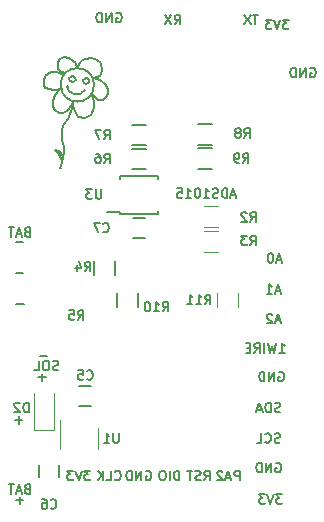
<source format=gbo>
G04 #@! TF.FileFunction,Legend,Bot*
%FSLAX46Y46*%
G04 Gerber Fmt 4.6, Leading zero omitted, Abs format (unit mm)*
G04 Created by KiCad (PCBNEW 4.0.6) date Monday, 07 August 2017 'PMt' 13:26:33*
%MOMM*%
%LPD*%
G01*
G04 APERTURE LIST*
%ADD10C,0.101600*%
%ADD11C,0.150000*%
%ADD12C,0.120000*%
G04 APERTURE END LIST*
D10*
D11*
X137504762Y-74957143D02*
X136895238Y-74957143D01*
X137529762Y-72332143D02*
X136920238Y-72332143D01*
X137529762Y-94157143D02*
X136920238Y-94157143D01*
X137225000Y-94461905D02*
X137225000Y-93852381D01*
X137429762Y-87357143D02*
X136820238Y-87357143D01*
X137125000Y-87661905D02*
X137125000Y-87052381D01*
X158909523Y-91025000D02*
X158985714Y-90986905D01*
X159099999Y-90986905D01*
X159214285Y-91025000D01*
X159290476Y-91101190D01*
X159328571Y-91177381D01*
X159366666Y-91329762D01*
X159366666Y-91444048D01*
X159328571Y-91596429D01*
X159290476Y-91672619D01*
X159214285Y-91748810D01*
X159099999Y-91786905D01*
X159023809Y-91786905D01*
X158909523Y-91748810D01*
X158871428Y-91710714D01*
X158871428Y-91444048D01*
X159023809Y-91444048D01*
X158528571Y-91786905D02*
X158528571Y-90986905D01*
X158071428Y-91786905D01*
X158071428Y-90986905D01*
X157690476Y-91786905D02*
X157690476Y-90986905D01*
X157500000Y-90986905D01*
X157385714Y-91025000D01*
X157309523Y-91101190D01*
X157271428Y-91177381D01*
X157233333Y-91329762D01*
X157233333Y-91444048D01*
X157271428Y-91596429D01*
X157309523Y-91672619D01*
X157385714Y-91748810D01*
X157500000Y-91786905D01*
X157690476Y-91786905D01*
X159271428Y-86673810D02*
X159157142Y-86711905D01*
X158966666Y-86711905D01*
X158890476Y-86673810D01*
X158852380Y-86635714D01*
X158814285Y-86559524D01*
X158814285Y-86483333D01*
X158852380Y-86407143D01*
X158890476Y-86369048D01*
X158966666Y-86330952D01*
X159119047Y-86292857D01*
X159195238Y-86254762D01*
X159233333Y-86216667D01*
X159271428Y-86140476D01*
X159271428Y-86064286D01*
X159233333Y-85988095D01*
X159195238Y-85950000D01*
X159119047Y-85911905D01*
X158928571Y-85911905D01*
X158814285Y-85950000D01*
X158471428Y-86711905D02*
X158471428Y-85911905D01*
X158280952Y-85911905D01*
X158166666Y-85950000D01*
X158090475Y-86026190D01*
X158052380Y-86102381D01*
X158014285Y-86254762D01*
X158014285Y-86369048D01*
X158052380Y-86521429D01*
X158090475Y-86597619D01*
X158166666Y-86673810D01*
X158280952Y-86711905D01*
X158471428Y-86711905D01*
X157709523Y-86483333D02*
X157328571Y-86483333D01*
X157785714Y-86711905D02*
X157519047Y-85911905D01*
X157252380Y-86711905D01*
X159252381Y-89248810D02*
X159138095Y-89286905D01*
X158947619Y-89286905D01*
X158871429Y-89248810D01*
X158833333Y-89210714D01*
X158795238Y-89134524D01*
X158795238Y-89058333D01*
X158833333Y-88982143D01*
X158871429Y-88944048D01*
X158947619Y-88905952D01*
X159100000Y-88867857D01*
X159176191Y-88829762D01*
X159214286Y-88791667D01*
X159252381Y-88715476D01*
X159252381Y-88639286D01*
X159214286Y-88563095D01*
X159176191Y-88525000D01*
X159100000Y-88486905D01*
X158909524Y-88486905D01*
X158795238Y-88525000D01*
X157995238Y-89210714D02*
X158033333Y-89248810D01*
X158147619Y-89286905D01*
X158223809Y-89286905D01*
X158338095Y-89248810D01*
X158414286Y-89172619D01*
X158452381Y-89096429D01*
X158490476Y-88944048D01*
X158490476Y-88829762D01*
X158452381Y-88677381D01*
X158414286Y-88601190D01*
X158338095Y-88525000D01*
X158223809Y-88486905D01*
X158147619Y-88486905D01*
X158033333Y-88525000D01*
X157995238Y-88563095D01*
X157271428Y-89286905D02*
X157652381Y-89286905D01*
X157652381Y-88486905D01*
X159990476Y-53461905D02*
X159495238Y-53461905D01*
X159761905Y-53766667D01*
X159647619Y-53766667D01*
X159571429Y-53804762D01*
X159533333Y-53842857D01*
X159495238Y-53919048D01*
X159495238Y-54109524D01*
X159533333Y-54185714D01*
X159571429Y-54223810D01*
X159647619Y-54261905D01*
X159876191Y-54261905D01*
X159952381Y-54223810D01*
X159990476Y-54185714D01*
X159266667Y-53461905D02*
X159000000Y-54261905D01*
X158733333Y-53461905D01*
X158542857Y-53461905D02*
X158047619Y-53461905D01*
X158314286Y-53766667D01*
X158200000Y-53766667D01*
X158123810Y-53804762D01*
X158085714Y-53842857D01*
X158047619Y-53919048D01*
X158047619Y-54109524D01*
X158085714Y-54185714D01*
X158123810Y-54223810D01*
X158200000Y-54261905D01*
X158428572Y-54261905D01*
X158504762Y-54223810D01*
X158542857Y-54185714D01*
X159440476Y-93636905D02*
X158945238Y-93636905D01*
X159211905Y-93941667D01*
X159097619Y-93941667D01*
X159021429Y-93979762D01*
X158983333Y-94017857D01*
X158945238Y-94094048D01*
X158945238Y-94284524D01*
X158983333Y-94360714D01*
X159021429Y-94398810D01*
X159097619Y-94436905D01*
X159326191Y-94436905D01*
X159402381Y-94398810D01*
X159440476Y-94360714D01*
X158716667Y-93636905D02*
X158450000Y-94436905D01*
X158183333Y-93636905D01*
X157992857Y-93636905D02*
X157497619Y-93636905D01*
X157764286Y-93941667D01*
X157650000Y-93941667D01*
X157573810Y-93979762D01*
X157535714Y-94017857D01*
X157497619Y-94094048D01*
X157497619Y-94284524D01*
X157535714Y-94360714D01*
X157573810Y-94398810D01*
X157650000Y-94436905D01*
X157878572Y-94436905D01*
X157954762Y-94398810D01*
X157992857Y-94360714D01*
X155495238Y-68333333D02*
X155114286Y-68333333D01*
X155571429Y-68561905D02*
X155304762Y-67761905D01*
X155038095Y-68561905D01*
X154771429Y-68561905D02*
X154771429Y-67761905D01*
X154580953Y-67761905D01*
X154466667Y-67800000D01*
X154390476Y-67876190D01*
X154352381Y-67952381D01*
X154314286Y-68104762D01*
X154314286Y-68219048D01*
X154352381Y-68371429D01*
X154390476Y-68447619D01*
X154466667Y-68523810D01*
X154580953Y-68561905D01*
X154771429Y-68561905D01*
X154009524Y-68523810D02*
X153895238Y-68561905D01*
X153704762Y-68561905D01*
X153628572Y-68523810D01*
X153590476Y-68485714D01*
X153552381Y-68409524D01*
X153552381Y-68333333D01*
X153590476Y-68257143D01*
X153628572Y-68219048D01*
X153704762Y-68180952D01*
X153857143Y-68142857D01*
X153933334Y-68104762D01*
X153971429Y-68066667D01*
X154009524Y-67990476D01*
X154009524Y-67914286D01*
X153971429Y-67838095D01*
X153933334Y-67800000D01*
X153857143Y-67761905D01*
X153666667Y-67761905D01*
X153552381Y-67800000D01*
X152790476Y-68561905D02*
X153247619Y-68561905D01*
X153019048Y-68561905D02*
X153019048Y-67761905D01*
X153095238Y-67876190D01*
X153171429Y-67952381D01*
X153247619Y-67990476D01*
X152295238Y-67761905D02*
X152219047Y-67761905D01*
X152142857Y-67800000D01*
X152104762Y-67838095D01*
X152066666Y-67914286D01*
X152028571Y-68066667D01*
X152028571Y-68257143D01*
X152066666Y-68409524D01*
X152104762Y-68485714D01*
X152142857Y-68523810D01*
X152219047Y-68561905D01*
X152295238Y-68561905D01*
X152371428Y-68523810D01*
X152409524Y-68485714D01*
X152447619Y-68409524D01*
X152485714Y-68257143D01*
X152485714Y-68066667D01*
X152447619Y-67914286D01*
X152409524Y-67838095D01*
X152371428Y-67800000D01*
X152295238Y-67761905D01*
X151266666Y-68561905D02*
X151723809Y-68561905D01*
X151495238Y-68561905D02*
X151495238Y-67761905D01*
X151571428Y-67876190D01*
X151647619Y-67952381D01*
X151723809Y-67990476D01*
X150542856Y-67761905D02*
X150923809Y-67761905D01*
X150961904Y-68142857D01*
X150923809Y-68104762D01*
X150847618Y-68066667D01*
X150657142Y-68066667D01*
X150580952Y-68104762D01*
X150542856Y-68142857D01*
X150504761Y-68219048D01*
X150504761Y-68409524D01*
X150542856Y-68485714D01*
X150580952Y-68523810D01*
X150657142Y-68561905D01*
X150847618Y-68561905D01*
X150923809Y-68523810D01*
X150961904Y-68485714D01*
X161809523Y-57600000D02*
X161885714Y-57561905D01*
X161999999Y-57561905D01*
X162114285Y-57600000D01*
X162190476Y-57676190D01*
X162228571Y-57752381D01*
X162266666Y-57904762D01*
X162266666Y-58019048D01*
X162228571Y-58171429D01*
X162190476Y-58247619D01*
X162114285Y-58323810D01*
X161999999Y-58361905D01*
X161923809Y-58361905D01*
X161809523Y-58323810D01*
X161771428Y-58285714D01*
X161771428Y-58019048D01*
X161923809Y-58019048D01*
X161428571Y-58361905D02*
X161428571Y-57561905D01*
X160971428Y-58361905D01*
X160971428Y-57561905D01*
X160590476Y-58361905D02*
X160590476Y-57561905D01*
X160400000Y-57561905D01*
X160285714Y-57600000D01*
X160209523Y-57676190D01*
X160171428Y-57752381D01*
X160133333Y-57904762D01*
X160133333Y-58019048D01*
X160171428Y-58171429D01*
X160209523Y-58247619D01*
X160285714Y-58323810D01*
X160400000Y-58361905D01*
X160590476Y-58361905D01*
X150333333Y-53861905D02*
X150600000Y-53480952D01*
X150790476Y-53861905D02*
X150790476Y-53061905D01*
X150485714Y-53061905D01*
X150409523Y-53100000D01*
X150371428Y-53138095D01*
X150333333Y-53214286D01*
X150333333Y-53328571D01*
X150371428Y-53404762D01*
X150409523Y-53442857D01*
X150485714Y-53480952D01*
X150790476Y-53480952D01*
X150066666Y-53061905D02*
X149533333Y-53861905D01*
X149533333Y-53061905D02*
X150066666Y-53861905D01*
X137554762Y-77557143D02*
X136945238Y-77557143D01*
X137840476Y-71442857D02*
X137726190Y-71480952D01*
X137688095Y-71519048D01*
X137650000Y-71595238D01*
X137650000Y-71709524D01*
X137688095Y-71785714D01*
X137726190Y-71823810D01*
X137802381Y-71861905D01*
X138107143Y-71861905D01*
X138107143Y-71061905D01*
X137840476Y-71061905D01*
X137764286Y-71100000D01*
X137726190Y-71138095D01*
X137688095Y-71214286D01*
X137688095Y-71290476D01*
X137726190Y-71366667D01*
X137764286Y-71404762D01*
X137840476Y-71442857D01*
X138107143Y-71442857D01*
X137345238Y-71633333D02*
X136964286Y-71633333D01*
X137421429Y-71861905D02*
X137154762Y-71061905D01*
X136888095Y-71861905D01*
X136735715Y-71061905D02*
X136278572Y-71061905D01*
X136507143Y-71861905D02*
X136507143Y-71061905D01*
X159159523Y-83300000D02*
X159235714Y-83261905D01*
X159349999Y-83261905D01*
X159464285Y-83300000D01*
X159540476Y-83376190D01*
X159578571Y-83452381D01*
X159616666Y-83604762D01*
X159616666Y-83719048D01*
X159578571Y-83871429D01*
X159540476Y-83947619D01*
X159464285Y-84023810D01*
X159349999Y-84061905D01*
X159273809Y-84061905D01*
X159159523Y-84023810D01*
X159121428Y-83985714D01*
X159121428Y-83719048D01*
X159273809Y-83719048D01*
X158778571Y-84061905D02*
X158778571Y-83261905D01*
X158321428Y-84061905D01*
X158321428Y-83261905D01*
X157940476Y-84061905D02*
X157940476Y-83261905D01*
X157750000Y-83261905D01*
X157635714Y-83300000D01*
X157559523Y-83376190D01*
X157521428Y-83452381D01*
X157483333Y-83604762D01*
X157483333Y-83719048D01*
X157521428Y-83871429D01*
X157559523Y-83947619D01*
X157635714Y-84023810D01*
X157750000Y-84061905D01*
X157940476Y-84061905D01*
X145389523Y-52940000D02*
X145465714Y-52901905D01*
X145579999Y-52901905D01*
X145694285Y-52940000D01*
X145770476Y-53016190D01*
X145808571Y-53092381D01*
X145846666Y-53244762D01*
X145846666Y-53359048D01*
X145808571Y-53511429D01*
X145770476Y-53587619D01*
X145694285Y-53663810D01*
X145579999Y-53701905D01*
X145503809Y-53701905D01*
X145389523Y-53663810D01*
X145351428Y-53625714D01*
X145351428Y-53359048D01*
X145503809Y-53359048D01*
X145008571Y-53701905D02*
X145008571Y-52901905D01*
X144551428Y-53701905D01*
X144551428Y-52901905D01*
X144170476Y-53701905D02*
X144170476Y-52901905D01*
X143980000Y-52901905D01*
X143865714Y-52940000D01*
X143789523Y-53016190D01*
X143751428Y-53092381D01*
X143713333Y-53244762D01*
X143713333Y-53359048D01*
X143751428Y-53511429D01*
X143789523Y-53587619D01*
X143865714Y-53663810D01*
X143980000Y-53701905D01*
X144170476Y-53701905D01*
X159371428Y-73833333D02*
X158990476Y-73833333D01*
X159447619Y-74061905D02*
X159180952Y-73261905D01*
X158914285Y-74061905D01*
X158495238Y-73261905D02*
X158419047Y-73261905D01*
X158342857Y-73300000D01*
X158304762Y-73338095D01*
X158266666Y-73414286D01*
X158228571Y-73566667D01*
X158228571Y-73757143D01*
X158266666Y-73909524D01*
X158304762Y-73985714D01*
X158342857Y-74023810D01*
X158419047Y-74061905D01*
X158495238Y-74061905D01*
X158571428Y-74023810D01*
X158609524Y-73985714D01*
X158647619Y-73909524D01*
X158685714Y-73757143D01*
X158685714Y-73566667D01*
X158647619Y-73414286D01*
X158609524Y-73338095D01*
X158571428Y-73300000D01*
X158495238Y-73261905D01*
X159271428Y-76433333D02*
X158890476Y-76433333D01*
X159347619Y-76661905D02*
X159080952Y-75861905D01*
X158814285Y-76661905D01*
X158128571Y-76661905D02*
X158585714Y-76661905D01*
X158357143Y-76661905D02*
X158357143Y-75861905D01*
X158433333Y-75976190D01*
X158509524Y-76052381D01*
X158585714Y-76090476D01*
X159271428Y-78933333D02*
X158890476Y-78933333D01*
X159347619Y-79161905D02*
X159080952Y-78361905D01*
X158814285Y-79161905D01*
X158585714Y-78438095D02*
X158547619Y-78400000D01*
X158471428Y-78361905D01*
X158280952Y-78361905D01*
X158204762Y-78400000D01*
X158166666Y-78438095D01*
X158128571Y-78514286D01*
X158128571Y-78590476D01*
X158166666Y-78704762D01*
X158623809Y-79161905D01*
X158128571Y-79161905D01*
X159180952Y-81661905D02*
X159638095Y-81661905D01*
X159409524Y-81661905D02*
X159409524Y-80861905D01*
X159485714Y-80976190D01*
X159561905Y-81052381D01*
X159638095Y-81090476D01*
X158914285Y-80861905D02*
X158723809Y-81661905D01*
X158571428Y-81090476D01*
X158419047Y-81661905D01*
X158228571Y-80861905D01*
X157923809Y-81661905D02*
X157923809Y-80861905D01*
X157085714Y-81661905D02*
X157352381Y-81280952D01*
X157542857Y-81661905D02*
X157542857Y-80861905D01*
X157238095Y-80861905D01*
X157161904Y-80900000D01*
X157123809Y-80938095D01*
X157085714Y-81014286D01*
X157085714Y-81128571D01*
X157123809Y-81204762D01*
X157161904Y-81242857D01*
X157238095Y-81280952D01*
X157542857Y-81280952D01*
X156742857Y-81242857D02*
X156476190Y-81242857D01*
X156361904Y-81661905D02*
X156742857Y-81661905D01*
X156742857Y-80861905D01*
X156361904Y-80861905D01*
X139504762Y-81957143D02*
X138895238Y-81957143D01*
X139404762Y-83757143D02*
X138795238Y-83757143D01*
X139100000Y-84061905D02*
X139100000Y-83452381D01*
X140471428Y-83123810D02*
X140357142Y-83161905D01*
X140166666Y-83161905D01*
X140090476Y-83123810D01*
X140052380Y-83085714D01*
X140014285Y-83009524D01*
X140014285Y-82933333D01*
X140052380Y-82857143D01*
X140090476Y-82819048D01*
X140166666Y-82780952D01*
X140319047Y-82742857D01*
X140395238Y-82704762D01*
X140433333Y-82666667D01*
X140471428Y-82590476D01*
X140471428Y-82514286D01*
X140433333Y-82438095D01*
X140395238Y-82400000D01*
X140319047Y-82361905D01*
X140128571Y-82361905D01*
X140014285Y-82400000D01*
X139519047Y-82361905D02*
X139366666Y-82361905D01*
X139290475Y-82400000D01*
X139214285Y-82476190D01*
X139176190Y-82628571D01*
X139176190Y-82895238D01*
X139214285Y-83047619D01*
X139290475Y-83123810D01*
X139366666Y-83161905D01*
X139519047Y-83161905D01*
X139595237Y-83123810D01*
X139671428Y-83047619D01*
X139709523Y-82895238D01*
X139709523Y-82628571D01*
X139671428Y-82476190D01*
X139595237Y-82400000D01*
X139519047Y-82361905D01*
X138452380Y-83161905D02*
X138833333Y-83161905D01*
X138833333Y-82361905D01*
X155833333Y-92461905D02*
X155833333Y-91661905D01*
X155528571Y-91661905D01*
X155452380Y-91700000D01*
X155414285Y-91738095D01*
X155376190Y-91814286D01*
X155376190Y-91928571D01*
X155414285Y-92004762D01*
X155452380Y-92042857D01*
X155528571Y-92080952D01*
X155833333Y-92080952D01*
X155071428Y-92233333D02*
X154690476Y-92233333D01*
X155147619Y-92461905D02*
X154880952Y-91661905D01*
X154614285Y-92461905D01*
X154385714Y-91738095D02*
X154347619Y-91700000D01*
X154271428Y-91661905D01*
X154080952Y-91661905D01*
X154004762Y-91700000D01*
X153966666Y-91738095D01*
X153928571Y-91814286D01*
X153928571Y-91890476D01*
X153966666Y-92004762D01*
X154423809Y-92461905D01*
X153928571Y-92461905D01*
X152838095Y-92461905D02*
X153104762Y-92080952D01*
X153295238Y-92461905D02*
X153295238Y-91661905D01*
X152990476Y-91661905D01*
X152914285Y-91700000D01*
X152876190Y-91738095D01*
X152838095Y-91814286D01*
X152838095Y-91928571D01*
X152876190Y-92004762D01*
X152914285Y-92042857D01*
X152990476Y-92080952D01*
X153295238Y-92080952D01*
X152533333Y-92423810D02*
X152419047Y-92461905D01*
X152228571Y-92461905D01*
X152152381Y-92423810D01*
X152114285Y-92385714D01*
X152076190Y-92309524D01*
X152076190Y-92233333D01*
X152114285Y-92157143D01*
X152152381Y-92119048D01*
X152228571Y-92080952D01*
X152380952Y-92042857D01*
X152457143Y-92004762D01*
X152495238Y-91966667D01*
X152533333Y-91890476D01*
X152533333Y-91814286D01*
X152495238Y-91738095D01*
X152457143Y-91700000D01*
X152380952Y-91661905D01*
X152190476Y-91661905D01*
X152076190Y-91700000D01*
X151847619Y-91661905D02*
X151390476Y-91661905D01*
X151619047Y-92461905D02*
X151619047Y-91661905D01*
X150719047Y-92461905D02*
X150719047Y-91661905D01*
X150528571Y-91661905D01*
X150414285Y-91700000D01*
X150338094Y-91776190D01*
X150299999Y-91852381D01*
X150261904Y-92004762D01*
X150261904Y-92119048D01*
X150299999Y-92271429D01*
X150338094Y-92347619D01*
X150414285Y-92423810D01*
X150528571Y-92461905D01*
X150719047Y-92461905D01*
X149919047Y-92461905D02*
X149919047Y-91661905D01*
X149385714Y-91661905D02*
X149233333Y-91661905D01*
X149157142Y-91700000D01*
X149080952Y-91776190D01*
X149042857Y-91928571D01*
X149042857Y-92195238D01*
X149080952Y-92347619D01*
X149157142Y-92423810D01*
X149233333Y-92461905D01*
X149385714Y-92461905D01*
X149461904Y-92423810D01*
X149538095Y-92347619D01*
X149576190Y-92195238D01*
X149576190Y-91928571D01*
X149538095Y-91776190D01*
X149461904Y-91700000D01*
X149385714Y-91661905D01*
X147909523Y-91700000D02*
X147985714Y-91661905D01*
X148099999Y-91661905D01*
X148214285Y-91700000D01*
X148290476Y-91776190D01*
X148328571Y-91852381D01*
X148366666Y-92004762D01*
X148366666Y-92119048D01*
X148328571Y-92271429D01*
X148290476Y-92347619D01*
X148214285Y-92423810D01*
X148099999Y-92461905D01*
X148023809Y-92461905D01*
X147909523Y-92423810D01*
X147871428Y-92385714D01*
X147871428Y-92119048D01*
X148023809Y-92119048D01*
X147528571Y-92461905D02*
X147528571Y-91661905D01*
X147071428Y-92461905D01*
X147071428Y-91661905D01*
X146690476Y-92461905D02*
X146690476Y-91661905D01*
X146500000Y-91661905D01*
X146385714Y-91700000D01*
X146309523Y-91776190D01*
X146271428Y-91852381D01*
X146233333Y-92004762D01*
X146233333Y-92119048D01*
X146271428Y-92271429D01*
X146309523Y-92347619D01*
X146385714Y-92423810D01*
X146500000Y-92461905D01*
X146690476Y-92461905D01*
X145276190Y-92385714D02*
X145314285Y-92423810D01*
X145428571Y-92461905D01*
X145504761Y-92461905D01*
X145619047Y-92423810D01*
X145695238Y-92347619D01*
X145733333Y-92271429D01*
X145771428Y-92119048D01*
X145771428Y-92004762D01*
X145733333Y-91852381D01*
X145695238Y-91776190D01*
X145619047Y-91700000D01*
X145504761Y-91661905D01*
X145428571Y-91661905D01*
X145314285Y-91700000D01*
X145276190Y-91738095D01*
X144552380Y-92461905D02*
X144933333Y-92461905D01*
X144933333Y-91661905D01*
X144285714Y-92461905D02*
X144285714Y-91661905D01*
X143828571Y-92461905D02*
X144171428Y-92004762D01*
X143828571Y-91661905D02*
X144285714Y-92119048D01*
X143190476Y-91661905D02*
X142695238Y-91661905D01*
X142961905Y-91966667D01*
X142847619Y-91966667D01*
X142771429Y-92004762D01*
X142733333Y-92042857D01*
X142695238Y-92119048D01*
X142695238Y-92309524D01*
X142733333Y-92385714D01*
X142771429Y-92423810D01*
X142847619Y-92461905D01*
X143076191Y-92461905D01*
X143152381Y-92423810D01*
X143190476Y-92385714D01*
X142466667Y-91661905D02*
X142200000Y-92461905D01*
X141933333Y-91661905D01*
X141742857Y-91661905D02*
X141247619Y-91661905D01*
X141514286Y-91966667D01*
X141400000Y-91966667D01*
X141323810Y-92004762D01*
X141285714Y-92042857D01*
X141247619Y-92119048D01*
X141247619Y-92309524D01*
X141285714Y-92385714D01*
X141323810Y-92423810D01*
X141400000Y-92461905D01*
X141628572Y-92461905D01*
X141704762Y-92423810D01*
X141742857Y-92385714D01*
X157409524Y-53061905D02*
X156952381Y-53061905D01*
X157180952Y-53861905D02*
X157180952Y-53061905D01*
X156761904Y-53061905D02*
X156228571Y-53861905D01*
X156228571Y-53061905D02*
X156761904Y-53861905D01*
X137840476Y-93192857D02*
X137726190Y-93230952D01*
X137688095Y-93269048D01*
X137650000Y-93345238D01*
X137650000Y-93459524D01*
X137688095Y-93535714D01*
X137726190Y-93573810D01*
X137802381Y-93611905D01*
X138107143Y-93611905D01*
X138107143Y-92811905D01*
X137840476Y-92811905D01*
X137764286Y-92850000D01*
X137726190Y-92888095D01*
X137688095Y-92964286D01*
X137688095Y-93040476D01*
X137726190Y-93116667D01*
X137764286Y-93154762D01*
X137840476Y-93192857D01*
X138107143Y-93192857D01*
X137345238Y-93383333D02*
X136964286Y-93383333D01*
X137421429Y-93611905D02*
X137154762Y-92811905D01*
X136888095Y-93611905D01*
X136735715Y-92811905D02*
X136278572Y-92811905D01*
X136507143Y-93611905D02*
X136507143Y-92811905D01*
X145695000Y-69951000D02*
X145695000Y-69776000D01*
X148945000Y-69951000D02*
X148945000Y-69676000D01*
X148945000Y-66701000D02*
X148945000Y-66976000D01*
X145695000Y-66701000D02*
X145695000Y-66976000D01*
X145695000Y-69951000D02*
X148945000Y-69951000D01*
X145695000Y-66701000D02*
X148945000Y-66701000D01*
X145695000Y-69776000D02*
X144620000Y-69776000D01*
X143248000Y-86194000D02*
X142248000Y-86194000D01*
X142248000Y-84494000D02*
X143248000Y-84494000D01*
X138850000Y-92200000D02*
X138850000Y-91200000D01*
X140550000Y-91200000D02*
X140550000Y-92200000D01*
X146820000Y-70270000D02*
X147820000Y-70270000D01*
X147820000Y-71970000D02*
X146820000Y-71970000D01*
X143500000Y-73900000D02*
X143500000Y-75100000D01*
X145250000Y-75100000D02*
X145250000Y-73900000D01*
D12*
X152816000Y-70984000D02*
X154016000Y-70984000D01*
X154016000Y-69224000D02*
X152816000Y-69224000D01*
X152816000Y-73143000D02*
X154016000Y-73143000D01*
X154016000Y-71383000D02*
X152816000Y-71383000D01*
D11*
X147920000Y-64403000D02*
X146720000Y-64403000D01*
X146720000Y-66153000D02*
X147920000Y-66153000D01*
X146720000Y-64121000D02*
X147920000Y-64121000D01*
X147920000Y-62371000D02*
X146720000Y-62371000D01*
X152300000Y-64075000D02*
X153500000Y-64075000D01*
X153500000Y-62325000D02*
X152300000Y-62325000D01*
X153500000Y-64325000D02*
X152300000Y-64325000D01*
X152300000Y-66075000D02*
X153500000Y-66075000D01*
X147225000Y-77825000D02*
X147225000Y-76625000D01*
X145475000Y-76625000D02*
X145475000Y-77825000D01*
D12*
X155680000Y-77800000D02*
X155680000Y-76600000D01*
X153920000Y-76600000D02*
X153920000Y-77800000D01*
X143810000Y-88000000D02*
X143810000Y-89800000D01*
X140590000Y-89800000D02*
X140590000Y-87350000D01*
X140150000Y-88250000D02*
X138450000Y-88250000D01*
X138450000Y-88250000D02*
X138450000Y-85100000D01*
X140150000Y-88250000D02*
X140150000Y-85100000D01*
D11*
X140805000Y-65330000D02*
X140665000Y-65060000D01*
X140665000Y-65060000D02*
X140545000Y-64870000D01*
X140545000Y-64870000D02*
X140375000Y-64680000D01*
X140375000Y-64680000D02*
X140195000Y-64510000D01*
X140195000Y-64510000D02*
X140515000Y-64550000D01*
X140515000Y-64550000D02*
X140635000Y-64680000D01*
X140635000Y-64680000D02*
X140835000Y-64920000D01*
X141725000Y-60790000D02*
X141275000Y-61850000D01*
X141275000Y-61850000D02*
X140995000Y-62300000D01*
X140995000Y-62300000D02*
X140835000Y-62750000D01*
X140835000Y-62750000D02*
X140835000Y-63190000D01*
X140835000Y-63190000D02*
X140835000Y-63700000D01*
X140835000Y-63700000D02*
X140995000Y-64260000D01*
X140995000Y-64260000D02*
X140995000Y-64650000D01*
X140995000Y-64650000D02*
X140775000Y-65600000D01*
X140775000Y-65600000D02*
X140665000Y-66040000D01*
X140665000Y-66040000D02*
X140715000Y-66040000D01*
X141715000Y-58260000D02*
X141865000Y-58380000D01*
X141865000Y-58380000D02*
X141955000Y-58570000D01*
X141955000Y-58570000D02*
X141855000Y-58670000D01*
X141855000Y-58670000D02*
X141695000Y-58730000D01*
X141695000Y-58730000D02*
X141515000Y-58690000D01*
X141515000Y-58690000D02*
X141395000Y-58520000D01*
X141395000Y-58520000D02*
X141425000Y-58400000D01*
X141425000Y-58400000D02*
X141515000Y-58290000D01*
X141515000Y-58290000D02*
X141695000Y-58250000D01*
X142935000Y-58380000D02*
X143055000Y-58600000D01*
X143055000Y-58600000D02*
X143075000Y-58750000D01*
X143075000Y-58750000D02*
X142975000Y-58840000D01*
X142975000Y-58840000D02*
X142825000Y-58920000D01*
X142825000Y-58920000D02*
X142675000Y-58820000D01*
X142675000Y-58820000D02*
X142555000Y-58670000D01*
X142555000Y-58670000D02*
X142535000Y-58570000D01*
X142535000Y-58570000D02*
X142645000Y-58490000D01*
X142645000Y-58490000D02*
X142905000Y-58430000D01*
X142785000Y-59420000D02*
X142445000Y-59690000D01*
X142445000Y-59690000D02*
X142295000Y-59760000D01*
X142295000Y-59760000D02*
X142105000Y-59760000D01*
X142105000Y-59760000D02*
X141955000Y-59760000D01*
X141955000Y-59760000D02*
X141795000Y-59760000D01*
X141795000Y-59760000D02*
X141645000Y-59690000D01*
X141645000Y-59690000D02*
X141415000Y-59500000D01*
X141415000Y-59500000D02*
X141305000Y-59300000D01*
X141305000Y-59300000D02*
X141185000Y-59080000D01*
X141185000Y-59080000D02*
X141265000Y-59150000D01*
X140655000Y-59340000D02*
X140235000Y-59840000D01*
X140235000Y-59840000D02*
X140005000Y-60370000D01*
X140005000Y-60370000D02*
X140005000Y-60830000D01*
X140005000Y-60830000D02*
X140195000Y-61100000D01*
X140195000Y-61100000D02*
X140545000Y-61360000D01*
X140545000Y-61360000D02*
X140885000Y-61360000D01*
X140885000Y-61360000D02*
X141185000Y-61210000D01*
X141185000Y-61210000D02*
X141375000Y-61020000D01*
X141375000Y-61020000D02*
X141605000Y-60640000D01*
X141605000Y-60640000D02*
X141765000Y-60410000D01*
X140995000Y-58120000D02*
X140355000Y-57930000D01*
X140355000Y-57930000D02*
X139855000Y-57900000D01*
X139855000Y-57900000D02*
X139325000Y-58240000D01*
X139325000Y-58240000D02*
X139245000Y-58660000D01*
X139245000Y-58660000D02*
X139245000Y-58960000D01*
X139245000Y-58960000D02*
X139395000Y-59270000D01*
X139395000Y-59270000D02*
X139745000Y-59380000D01*
X139745000Y-59380000D02*
X140045000Y-59460000D01*
X140045000Y-59460000D02*
X140385000Y-59420000D01*
X140385000Y-59420000D02*
X140615000Y-59340000D01*
X140615000Y-59340000D02*
X140775000Y-59270000D01*
X143325000Y-59840000D02*
X143475000Y-60410000D01*
X143475000Y-60410000D02*
X143515000Y-60980000D01*
X143515000Y-60980000D02*
X143245000Y-61510000D01*
X143245000Y-61510000D02*
X142755000Y-61820000D01*
X142755000Y-61820000D02*
X142175000Y-61710000D01*
X142175000Y-61710000D02*
X141955000Y-61360000D01*
X141955000Y-61360000D02*
X141835000Y-61020000D01*
X141835000Y-61020000D02*
X141765000Y-60680000D01*
X141765000Y-60680000D02*
X141765000Y-60410000D01*
X143475000Y-58390000D02*
X144005000Y-58620000D01*
X144005000Y-58620000D02*
X144425000Y-58890000D01*
X144425000Y-58890000D02*
X144585000Y-59190000D01*
X144585000Y-59190000D02*
X144655000Y-59460000D01*
X144655000Y-59460000D02*
X144655000Y-59720000D01*
X144655000Y-59720000D02*
X144585000Y-59950000D01*
X144585000Y-59950000D02*
X144235000Y-60260000D01*
X144235000Y-60260000D02*
X143855000Y-60260000D01*
X143855000Y-60260000D02*
X143665000Y-60140000D01*
X143665000Y-60140000D02*
X143395000Y-59840000D01*
X143395000Y-59840000D02*
X143325000Y-59840000D01*
X142105000Y-57590000D02*
X142445000Y-56980000D01*
X142445000Y-56980000D02*
X142785000Y-56790000D01*
X142785000Y-56790000D02*
X143365000Y-56710000D01*
X143365000Y-56710000D02*
X143785000Y-56870000D01*
X143785000Y-56870000D02*
X144085000Y-57170000D01*
X144085000Y-57170000D02*
X144195000Y-57780000D01*
X144195000Y-57780000D02*
X144005000Y-58200000D01*
X144005000Y-58200000D02*
X143745000Y-58350000D01*
X143745000Y-58350000D02*
X143515000Y-58390000D01*
X143515000Y-58390000D02*
X143435000Y-58390000D01*
X143435000Y-58390000D02*
X143435000Y-58430000D01*
X142105000Y-57550000D02*
X141955000Y-57170000D01*
X141955000Y-57170000D02*
X141725000Y-56980000D01*
X141725000Y-56980000D02*
X141375000Y-56680000D01*
X141375000Y-56680000D02*
X140995000Y-56640000D01*
X140995000Y-56640000D02*
X140615000Y-56790000D01*
X140615000Y-56790000D02*
X140465000Y-57090000D01*
X140465000Y-57090000D02*
X140425000Y-57440000D01*
X140425000Y-57440000D02*
X140465000Y-57630000D01*
X140465000Y-57630000D02*
X140615000Y-57780000D01*
X140615000Y-57780000D02*
X140805000Y-57860000D01*
X140805000Y-57860000D02*
X141035000Y-57970000D01*
X143509214Y-58990000D02*
G75*
G03X143509214Y-58990000I-1414214J0D01*
G01*
X144109524Y-67811905D02*
X144109524Y-68459524D01*
X144071429Y-68535714D01*
X144033333Y-68573810D01*
X143957143Y-68611905D01*
X143804762Y-68611905D01*
X143728571Y-68573810D01*
X143690476Y-68535714D01*
X143652381Y-68459524D01*
X143652381Y-67811905D01*
X143347619Y-67811905D02*
X142852381Y-67811905D01*
X143119048Y-68116667D01*
X143004762Y-68116667D01*
X142928572Y-68154762D01*
X142890476Y-68192857D01*
X142852381Y-68269048D01*
X142852381Y-68459524D01*
X142890476Y-68535714D01*
X142928572Y-68573810D01*
X143004762Y-68611905D01*
X143233334Y-68611905D01*
X143309524Y-68573810D01*
X143347619Y-68535714D01*
X142908333Y-83885714D02*
X142946428Y-83923810D01*
X143060714Y-83961905D01*
X143136904Y-83961905D01*
X143251190Y-83923810D01*
X143327381Y-83847619D01*
X143365476Y-83771429D01*
X143403571Y-83619048D01*
X143403571Y-83504762D01*
X143365476Y-83352381D01*
X143327381Y-83276190D01*
X143251190Y-83200000D01*
X143136904Y-83161905D01*
X143060714Y-83161905D01*
X142946428Y-83200000D01*
X142908333Y-83238095D01*
X142184523Y-83161905D02*
X142565476Y-83161905D01*
X142603571Y-83542857D01*
X142565476Y-83504762D01*
X142489285Y-83466667D01*
X142298809Y-83466667D01*
X142222619Y-83504762D01*
X142184523Y-83542857D01*
X142146428Y-83619048D01*
X142146428Y-83809524D01*
X142184523Y-83885714D01*
X142222619Y-83923810D01*
X142298809Y-83961905D01*
X142489285Y-83961905D01*
X142565476Y-83923810D01*
X142603571Y-83885714D01*
X139833333Y-94795714D02*
X139871428Y-94833810D01*
X139985714Y-94871905D01*
X140061904Y-94871905D01*
X140176190Y-94833810D01*
X140252381Y-94757619D01*
X140290476Y-94681429D01*
X140328571Y-94529048D01*
X140328571Y-94414762D01*
X140290476Y-94262381D01*
X140252381Y-94186190D01*
X140176190Y-94110000D01*
X140061904Y-94071905D01*
X139985714Y-94071905D01*
X139871428Y-94110000D01*
X139833333Y-94148095D01*
X139147619Y-94071905D02*
X139300000Y-94071905D01*
X139376190Y-94110000D01*
X139414285Y-94148095D01*
X139490476Y-94262381D01*
X139528571Y-94414762D01*
X139528571Y-94719524D01*
X139490476Y-94795714D01*
X139452381Y-94833810D01*
X139376190Y-94871905D01*
X139223809Y-94871905D01*
X139147619Y-94833810D01*
X139109523Y-94795714D01*
X139071428Y-94719524D01*
X139071428Y-94529048D01*
X139109523Y-94452857D01*
X139147619Y-94414762D01*
X139223809Y-94376667D01*
X139376190Y-94376667D01*
X139452381Y-94414762D01*
X139490476Y-94452857D01*
X139528571Y-94529048D01*
X144278333Y-71405714D02*
X144316428Y-71443810D01*
X144430714Y-71481905D01*
X144506904Y-71481905D01*
X144621190Y-71443810D01*
X144697381Y-71367619D01*
X144735476Y-71291429D01*
X144773571Y-71139048D01*
X144773571Y-71024762D01*
X144735476Y-70872381D01*
X144697381Y-70796190D01*
X144621190Y-70720000D01*
X144506904Y-70681905D01*
X144430714Y-70681905D01*
X144316428Y-70720000D01*
X144278333Y-70758095D01*
X144011666Y-70681905D02*
X143478333Y-70681905D01*
X143821190Y-71481905D01*
X142733333Y-74761905D02*
X143000000Y-74380952D01*
X143190476Y-74761905D02*
X143190476Y-73961905D01*
X142885714Y-73961905D01*
X142809523Y-74000000D01*
X142771428Y-74038095D01*
X142733333Y-74114286D01*
X142733333Y-74228571D01*
X142771428Y-74304762D01*
X142809523Y-74342857D01*
X142885714Y-74380952D01*
X143190476Y-74380952D01*
X142047619Y-74228571D02*
X142047619Y-74761905D01*
X142238095Y-73923810D02*
X142428571Y-74495238D01*
X141933333Y-74495238D01*
X156733333Y-70561905D02*
X157000000Y-70180952D01*
X157190476Y-70561905D02*
X157190476Y-69761905D01*
X156885714Y-69761905D01*
X156809523Y-69800000D01*
X156771428Y-69838095D01*
X156733333Y-69914286D01*
X156733333Y-70028571D01*
X156771428Y-70104762D01*
X156809523Y-70142857D01*
X156885714Y-70180952D01*
X157190476Y-70180952D01*
X156428571Y-69838095D02*
X156390476Y-69800000D01*
X156314285Y-69761905D01*
X156123809Y-69761905D01*
X156047619Y-69800000D01*
X156009523Y-69838095D01*
X155971428Y-69914286D01*
X155971428Y-69990476D01*
X156009523Y-70104762D01*
X156466666Y-70561905D01*
X155971428Y-70561905D01*
X156733333Y-72561905D02*
X157000000Y-72180952D01*
X157190476Y-72561905D02*
X157190476Y-71761905D01*
X156885714Y-71761905D01*
X156809523Y-71800000D01*
X156771428Y-71838095D01*
X156733333Y-71914286D01*
X156733333Y-72028571D01*
X156771428Y-72104762D01*
X156809523Y-72142857D01*
X156885714Y-72180952D01*
X157190476Y-72180952D01*
X156466666Y-71761905D02*
X155971428Y-71761905D01*
X156238095Y-72066667D01*
X156123809Y-72066667D01*
X156047619Y-72104762D01*
X156009523Y-72142857D01*
X155971428Y-72219048D01*
X155971428Y-72409524D01*
X156009523Y-72485714D01*
X156047619Y-72523810D01*
X156123809Y-72561905D01*
X156352381Y-72561905D01*
X156428571Y-72523810D01*
X156466666Y-72485714D01*
X144383333Y-65611905D02*
X144650000Y-65230952D01*
X144840476Y-65611905D02*
X144840476Y-64811905D01*
X144535714Y-64811905D01*
X144459523Y-64850000D01*
X144421428Y-64888095D01*
X144383333Y-64964286D01*
X144383333Y-65078571D01*
X144421428Y-65154762D01*
X144459523Y-65192857D01*
X144535714Y-65230952D01*
X144840476Y-65230952D01*
X143697619Y-64811905D02*
X143850000Y-64811905D01*
X143926190Y-64850000D01*
X143964285Y-64888095D01*
X144040476Y-65002381D01*
X144078571Y-65154762D01*
X144078571Y-65459524D01*
X144040476Y-65535714D01*
X144002381Y-65573810D01*
X143926190Y-65611905D01*
X143773809Y-65611905D01*
X143697619Y-65573810D01*
X143659523Y-65535714D01*
X143621428Y-65459524D01*
X143621428Y-65269048D01*
X143659523Y-65192857D01*
X143697619Y-65154762D01*
X143773809Y-65116667D01*
X143926190Y-65116667D01*
X144002381Y-65154762D01*
X144040476Y-65192857D01*
X144078571Y-65269048D01*
X144383333Y-63611905D02*
X144650000Y-63230952D01*
X144840476Y-63611905D02*
X144840476Y-62811905D01*
X144535714Y-62811905D01*
X144459523Y-62850000D01*
X144421428Y-62888095D01*
X144383333Y-62964286D01*
X144383333Y-63078571D01*
X144421428Y-63154762D01*
X144459523Y-63192857D01*
X144535714Y-63230952D01*
X144840476Y-63230952D01*
X144116666Y-62811905D02*
X143583333Y-62811905D01*
X143926190Y-63611905D01*
X156233333Y-63483905D02*
X156500000Y-63102952D01*
X156690476Y-63483905D02*
X156690476Y-62683905D01*
X156385714Y-62683905D01*
X156309523Y-62722000D01*
X156271428Y-62760095D01*
X156233333Y-62836286D01*
X156233333Y-62950571D01*
X156271428Y-63026762D01*
X156309523Y-63064857D01*
X156385714Y-63102952D01*
X156690476Y-63102952D01*
X155776190Y-63026762D02*
X155852381Y-62988667D01*
X155890476Y-62950571D01*
X155928571Y-62874381D01*
X155928571Y-62836286D01*
X155890476Y-62760095D01*
X155852381Y-62722000D01*
X155776190Y-62683905D01*
X155623809Y-62683905D01*
X155547619Y-62722000D01*
X155509523Y-62760095D01*
X155471428Y-62836286D01*
X155471428Y-62874381D01*
X155509523Y-62950571D01*
X155547619Y-62988667D01*
X155623809Y-63026762D01*
X155776190Y-63026762D01*
X155852381Y-63064857D01*
X155890476Y-63102952D01*
X155928571Y-63179143D01*
X155928571Y-63331524D01*
X155890476Y-63407714D01*
X155852381Y-63445810D01*
X155776190Y-63483905D01*
X155623809Y-63483905D01*
X155547619Y-63445810D01*
X155509523Y-63407714D01*
X155471428Y-63331524D01*
X155471428Y-63179143D01*
X155509523Y-63102952D01*
X155547619Y-63064857D01*
X155623809Y-63026762D01*
X156125333Y-65565905D02*
X156392000Y-65184952D01*
X156582476Y-65565905D02*
X156582476Y-64765905D01*
X156277714Y-64765905D01*
X156201523Y-64804000D01*
X156163428Y-64842095D01*
X156125333Y-64918286D01*
X156125333Y-65032571D01*
X156163428Y-65108762D01*
X156201523Y-65146857D01*
X156277714Y-65184952D01*
X156582476Y-65184952D01*
X155744381Y-65565905D02*
X155592000Y-65565905D01*
X155515809Y-65527810D01*
X155477714Y-65489714D01*
X155401523Y-65375429D01*
X155363428Y-65223048D01*
X155363428Y-64918286D01*
X155401523Y-64842095D01*
X155439619Y-64804000D01*
X155515809Y-64765905D01*
X155668190Y-64765905D01*
X155744381Y-64804000D01*
X155782476Y-64842095D01*
X155820571Y-64918286D01*
X155820571Y-65108762D01*
X155782476Y-65184952D01*
X155744381Y-65223048D01*
X155668190Y-65261143D01*
X155515809Y-65261143D01*
X155439619Y-65223048D01*
X155401523Y-65184952D01*
X155363428Y-65108762D01*
X149314286Y-78161905D02*
X149580953Y-77780952D01*
X149771429Y-78161905D02*
X149771429Y-77361905D01*
X149466667Y-77361905D01*
X149390476Y-77400000D01*
X149352381Y-77438095D01*
X149314286Y-77514286D01*
X149314286Y-77628571D01*
X149352381Y-77704762D01*
X149390476Y-77742857D01*
X149466667Y-77780952D01*
X149771429Y-77780952D01*
X148552381Y-78161905D02*
X149009524Y-78161905D01*
X148780953Y-78161905D02*
X148780953Y-77361905D01*
X148857143Y-77476190D01*
X148933334Y-77552381D01*
X149009524Y-77590476D01*
X148057143Y-77361905D02*
X147980952Y-77361905D01*
X147904762Y-77400000D01*
X147866667Y-77438095D01*
X147828571Y-77514286D01*
X147790476Y-77666667D01*
X147790476Y-77857143D01*
X147828571Y-78009524D01*
X147866667Y-78085714D01*
X147904762Y-78123810D01*
X147980952Y-78161905D01*
X148057143Y-78161905D01*
X148133333Y-78123810D01*
X148171429Y-78085714D01*
X148209524Y-78009524D01*
X148247619Y-77857143D01*
X148247619Y-77666667D01*
X148209524Y-77514286D01*
X148171429Y-77438095D01*
X148133333Y-77400000D01*
X148057143Y-77361905D01*
X152914286Y-77561905D02*
X153180953Y-77180952D01*
X153371429Y-77561905D02*
X153371429Y-76761905D01*
X153066667Y-76761905D01*
X152990476Y-76800000D01*
X152952381Y-76838095D01*
X152914286Y-76914286D01*
X152914286Y-77028571D01*
X152952381Y-77104762D01*
X152990476Y-77142857D01*
X153066667Y-77180952D01*
X153371429Y-77180952D01*
X152152381Y-77561905D02*
X152609524Y-77561905D01*
X152380953Y-77561905D02*
X152380953Y-76761905D01*
X152457143Y-76876190D01*
X152533334Y-76952381D01*
X152609524Y-76990476D01*
X151390476Y-77561905D02*
X151847619Y-77561905D01*
X151619048Y-77561905D02*
X151619048Y-76761905D01*
X151695238Y-76876190D01*
X151771429Y-76952381D01*
X151847619Y-76990476D01*
X142133333Y-78861905D02*
X142400000Y-78480952D01*
X142590476Y-78861905D02*
X142590476Y-78061905D01*
X142285714Y-78061905D01*
X142209523Y-78100000D01*
X142171428Y-78138095D01*
X142133333Y-78214286D01*
X142133333Y-78328571D01*
X142171428Y-78404762D01*
X142209523Y-78442857D01*
X142285714Y-78480952D01*
X142590476Y-78480952D01*
X141409523Y-78061905D02*
X141790476Y-78061905D01*
X141828571Y-78442857D01*
X141790476Y-78404762D01*
X141714285Y-78366667D01*
X141523809Y-78366667D01*
X141447619Y-78404762D01*
X141409523Y-78442857D01*
X141371428Y-78519048D01*
X141371428Y-78709524D01*
X141409523Y-78785714D01*
X141447619Y-78823810D01*
X141523809Y-78861905D01*
X141714285Y-78861905D01*
X141790476Y-78823810D01*
X141828571Y-78785714D01*
X145609524Y-88486905D02*
X145609524Y-89134524D01*
X145571429Y-89210714D01*
X145533333Y-89248810D01*
X145457143Y-89286905D01*
X145304762Y-89286905D01*
X145228571Y-89248810D01*
X145190476Y-89210714D01*
X145152381Y-89134524D01*
X145152381Y-88486905D01*
X144352381Y-89286905D02*
X144809524Y-89286905D01*
X144580953Y-89286905D02*
X144580953Y-88486905D01*
X144657143Y-88601190D01*
X144733334Y-88677381D01*
X144809524Y-88715476D01*
X137990476Y-86686905D02*
X137990476Y-85886905D01*
X137800000Y-85886905D01*
X137685714Y-85925000D01*
X137609523Y-86001190D01*
X137571428Y-86077381D01*
X137533333Y-86229762D01*
X137533333Y-86344048D01*
X137571428Y-86496429D01*
X137609523Y-86572619D01*
X137685714Y-86648810D01*
X137800000Y-86686905D01*
X137990476Y-86686905D01*
X137228571Y-85963095D02*
X137190476Y-85925000D01*
X137114285Y-85886905D01*
X136923809Y-85886905D01*
X136847619Y-85925000D01*
X136809523Y-85963095D01*
X136771428Y-86039286D01*
X136771428Y-86115476D01*
X136809523Y-86229762D01*
X137266666Y-86686905D01*
X136771428Y-86686905D01*
M02*

</source>
